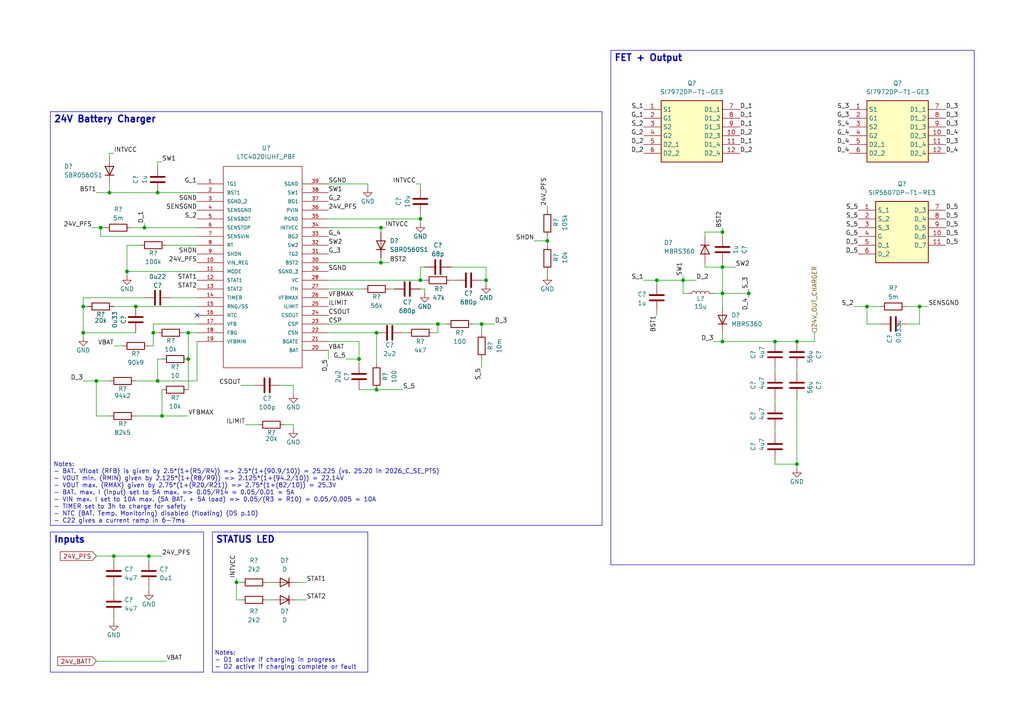
<source format=kicad_sch>
(kicad_sch (version 20250114) (generator "eeschema") (generator_version "9.0")
  (paper "A4")
  (title_block (title "FH2 - Spine") (date "2025-12-10") (rev "v1") (comment 1 "Elie Baier"))
  (lib_symbols
    (symbol "Device:C" (pin_numbers (hide yes)) (pin_names (offset 0.254))
      (property "Reference" "C" (at 0.635 2.54 0))
      (property "Value" "C" (at 0.635 -2.54 0))
      (symbol "C_0_1"
        (polyline (pts (xy -2.032 0.762) (xy 2.032 0.762)) (stroke (width 0.508)))
        (polyline (pts (xy -2.032 -0.762) (xy 2.032 -0.762)) (stroke (width 0.508)))
      )
      (symbol "C_1_1"
        (pin passive line (at 0 3.81 270) (length 2.794) (name "~") (number "1"))
        (pin passive line (at 0 -3.81 90) (length 2.794) (name "~") (number "2"))
      )
    )
    (symbol "Device:D" (pin_numbers (hide yes)) (pin_names (offset 1.016) (hide yes))
      (property "Reference" "D" (at 0 2.54 0))
      (property "Value" "D" (at 0 -2.54 0))
      (symbol "D_0_1"
        (polyline (pts (xy -1.27 1.27) (xy -1.27 -1.27)) (stroke (width 0.254)))
        (polyline (pts (xy 1.27 1.27) (xy 1.27 -1.27) (xy -1.27 0) (xy 1.27 1.27)) (stroke (width 0.254)))
        (polyline (pts (xy 1.27 0) (xy -1.27 0)))
      )
      (symbol "D_1_1"
        (pin passive line (at -3.81 0 0) (length 2.54) (name "K") (number "1"))
        (pin passive line (at 3.81 0 180) (length 2.54) (name "A") (number "2"))
      )
    )
    (symbol "Device:L" (pin_numbers (hide yes)) (pin_names (offset 1.016) (hide yes))
      (property "Reference" "L" (at -1.27 0 90))
      (property "Value" "L" (at 1.905 0 90))
      (symbol "L_0_1"
        (arc (start 0 2.54) (mid 0.6323 1.905) (end 0 1.27))
        (arc (start 0 1.27) (mid 0.6323 0.635) (end 0 0))
        (arc (start 0 0) (mid 0.6323 -0.635) (end 0 -1.27))
        (arc (start 0 -1.27) (mid 0.6323 -1.905) (end 0 -2.54))
      )
      (symbol "L_1_1"
        (pin passive line (at 0 3.81 270) (length 1.27) (name "1") (number "1"))
        (pin passive line (at 0 -3.81 90) (length 1.27) (name "2") (number "2"))
      )
    )
    (symbol "Device:R" (pin_numbers (hide yes)) (pin_names (offset 0))
      (property "Reference" "R" (at 2.032 0 90))
      (property "Value" "R" (at 0 0 90))
      (symbol "R_0_1"
        (rectangle (start -1.016 -2.54) (end 1.016 2.54) (stroke (width 0.254)))
      )
      (symbol "R_1_1"
        (pin passive line (at 0 3.81 270) (length 1.27) (name "~") (number "1"))
        (pin passive line (at 0 -3.81 90) (length 1.27) (name "~") (number "2"))
      )
    )
    (symbol "LTC4020IUHF_PBF:LTC4020IUHF_PBF" (pin_names (offset 1.016))
      (property "Reference" "U1" (at 20.066 10.414 0))
      (property "Value" "LTC4020IUHF_PBF" (at 20.066 7.874 0))
      (symbol "LTC4020IUHF_PBF_0_0"
        (polyline (pts (xy 7.62 5.08) (xy 7.62 -53.34)) (stroke (width 0.1524)))
        (polyline (pts (xy 7.62 -53.34) (xy 30.48 -53.34)) (stroke (width 0.1524)))
        (polyline (pts (xy 30.48 5.08) (xy 7.62 5.08)) (stroke (width 0.1524)))
        (polyline (pts (xy 30.48 -53.34) (xy 30.48 5.08)) (stroke (width 0.1524)))
        (pin output line (at 0 0 0) (length 7.62) (name "TG1") (number "1"))
        (pin passive line (at 0 -2.54 0) (length 7.62) (name "BST1") (number "2"))
        (pin power_in line (at 0 -5.08 0) (length 7.62) (name "SGND_2") (number "3"))
        (pin passive line (at 0 -7.62 0) (length 7.62) (name "SENSGND") (number "4"))
        (pin input line (at 0 -10.16 0) (length 7.62) (name "SENSBOT") (number "5"))
        (pin input line (at 0 -12.7 0) (length 7.62) (name "SENSTOP") (number "6"))
        (pin input line (at 0 -15.24 0) (length 7.62) (name "SENSVIN") (number "7"))
        (pin passive line (at 0 -17.78 0) (length 7.62) (name "RT") (number "8"))
        (pin input line (at 0 -20.32 0) (length 7.62) (name "SHDN") (number "9"))
        (pin input line (at 0 -22.86 0) (length 7.62) (name "VIN_REG") (number "10"))
        (pin passive line (at 0 -25.4 0) (length 7.62) (name "MODE") (number "11"))
        (pin output line (at 0 -27.94 0) (length 7.62) (name "STAT1") (number "12"))
        (pin output line (at 0 -30.48 0) (length 7.62) (name "STAT2") (number "13"))
        (pin passive line (at 0 -33.02 0) (length 7.62) (name "TIMER") (number "14"))
        (pin passive line (at 0 -35.56 0) (length 7.62) (name "RNG/SS") (number "15"))
        (pin passive line (at 0 -38.1 0) (length 7.62) (name "NTC") (number "16"))
        (pin passive line (at 0 -40.64 0) (length 7.62) (name "VFB") (number "17"))
        (pin passive line (at 0 -43.18 0) (length 7.62) (name "FBG") (number "18"))
        (pin output line (at 0 -45.72 0) (length 7.62) (name "VFBMIN") (number "19"))
        (pin power_in line (at 38.1 0 180) (length 7.62) (name "SGND") (number "39"))
        (pin passive line (at 38.1 -2.54 180) (length 7.62) (name "SW1") (number "38"))
        (pin output line (at 38.1 -5.08 180) (length 7.62) (name "BG1") (number "37"))
        (pin input line (at 38.1 -7.62 180) (length 7.62) (name "PVIN") (number "36"))
        (pin power_in line (at 38.1 -10.16 180) (length 7.62) (name "PGND") (number "35"))
        (pin passive line (at 38.1 -12.7 180) (length 7.62) (name "INTVCC") (number "34"))
        (pin output line (at 38.1 -15.24 180) (length 7.62) (name "BG2") (number "33"))
        (pin passive line (at 38.1 -17.78 180) (length 7.62) (name "SW2") (number "32"))
        (pin output line (at 38.1 -20.32 180) (length 7.62) (name "TG2") (number "31"))
        (pin passive line (at 38.1 -22.86 180) (length 7.62) (name "BST2") (number "30"))
        (pin power_in line (at 38.1 -25.4 180) (length 7.62) (name "SGND_3") (number "29"))
        (pin passive line (at 38.1 -27.94 180) (length 7.62) (name "VC") (number "28"))
        (pin passive line (at 38.1 -30.48 180) (length 7.62) (name "ITH") (number "27"))
        (pin output line (at 38.1 -33.02 180) (length 7.62) (name "VFBMAX") (number "26"))
        (pin passive line (at 38.1 -35.56 180) (length 7.62) (name "ILIMIT") (number "25"))
        (pin output line (at 38.1 -38.1 180) (length 7.62) (name "CSOUT") (number "24"))
        (pin input line (at 38.1 -40.64 180) (length 7.62) (name "CSP") (number "23"))
        (pin input line (at 38.1 -43.18 180) (length 7.62) (name "CSN") (number "22"))
        (pin output line (at 38.1 -45.72 180) (length 7.62) (name "BGATE") (number "21"))
        (pin passive line (at 38.1 -48.26 180) (length 7.62) (name "BAT") (number "20"))
      )
    )
    (symbol "SI7972DP-T1-GE3:SI7972DP-T1-GE3"
      (property "Reference" "Q" (at 24.13 7.62 0))
      (property "Value" "SI7972DP-T1-GE3" (at 24.13 5.08 0))
      (symbol "SI7972DP-T1-GE3_1_1"
        (rectangle (start 5.08 2.54) (end 22.86 -15.24) (stroke (width 0.254)) (fill (type background)))
        (pin passive line (at 0 0 0) (length 5.08) (name "S1") (number "1"))
        (pin passive line (at 0 -2.54 0) (length 5.08) (name "G1") (number "2"))
        (pin passive line (at 0 -5.08 0) (length 5.08) (name "S2") (number "3"))
        (pin passive line (at 0 -7.62 0) (length 5.08) (name "G2") (number "4"))
        (pin passive line (at 0 -10.16 0) (length 5.08) (name "D2_1") (number "5"))
        (pin passive line (at 0 -12.7 0) (length 5.08) (name "D2_2") (number "6"))
        (pin passive line (at 27.94 0 180) (length 5.08) (name "D1_1") (number "7"))
        (pin passive line (at 27.94 -2.54 180) (length 5.08) (name "D1_2") (number "8"))
        (pin passive line (at 27.94 -5.08 180) (length 5.08) (name "D1_3") (number "9"))
        (pin passive line (at 27.94 -7.62 180) (length 5.08) (name "D2_3") (number "10"))
        (pin passive line (at 27.94 -10.16 180) (length 5.08) (name "D1_4") (number "11"))
        (pin passive line (at 27.94 -12.7 180) (length 5.08) (name "D2_4") (number "12"))
      )
    )
    (symbol "SIR5607DP-T1-RE3:SIR5607DP-T1-RE3"
      (property "Reference" "Q" (at 21.59 7.62 0))
      (property "Value" "SIR5607DP-T1-RE3" (at 21.59 5.08 0))
      (symbol "SIR5607DP-T1-RE3_1_1"
        (rectangle (start 5.08 2.54) (end 20.32 -15.24) (stroke (width 0.254)) (fill (type background)))
        (pin passive line (at 0 0 0) (length 5.08) (name "S_1") (number "1"))
        (pin passive line (at 0 -2.54 0) (length 5.08) (name "S_2") (number "2"))
        (pin passive line (at 0 -5.08 0) (length 5.08) (name "S_3") (number "3"))
        (pin passive line (at 0 -7.62 0) (length 5.08) (name "G") (number "4"))
        (pin passive line (at 0 -10.16 0) (length 5.08) (name "D_1") (number "5"))
        (pin passive line (at 0 -12.7 0) (length 5.08) (name "D_2") (number "6"))
        (pin passive line (at 25.4 0 180) (length 5.08) (name "D_3") (number "7"))
        (pin passive line (at 25.4 -2.54 180) (length 5.08) (name "D_4") (number "8"))
        (pin passive line (at 25.4 -5.08 180) (length 5.08) (name "D_5") (number "9"))
        (pin passive line (at 25.4 -7.62 180) (length 5.08) (name "D_6") (number "10"))
        (pin passive line (at 25.4 -10.16 180) (length 5.08) (name "D_7") (number "11"))
      )
    )
    (symbol "power:GND" (power) (pin_numbers (hide yes)) (pin_names (offset 0) (hide yes))
      (property "Value" "GND" (at 0 -3.81 0))
      (symbol "GND_0_1"
        (polyline (pts (xy 0 0) (xy 0 -1.27) (xy 1.27 -1.27) (xy 0 -2.54) (xy -1.27 -1.27) (xy 0 -1.27)))
      )
      (symbol "GND_1_1"
        (pin power_in line (at 0 0 270) (length 0) (name "~") (number "1"))
      )
    )
  )
  (text "Notes:\n- BAT. Vfloat (RFB) is given by 2.5*(1+(R5/R4)) => 2.5*(1+(90.9/10)) = 25.225 (vs. 25.20 in 2026_C_SE_PTS)\n- VOUT min. (RMIN) given by 2.125*(1+(R8/R9)) => 2.125*(1+(94.2/10)) = 22.14V\n- VOUT max. (RMAX) given by 2.75*(1+(R20/R21)) => 2.75*(1+(82/10)) = 25.3V\n- BAT. max. I (input) set to 5A max. => 0.05/R14 = 0.05/0.01 = 5A\n- VIN max. I set to 10A max. (5A BAT. + 5A load) => 0.05/(R3 = R10) = 0.05/0.005 = 10A\n- TIMER set to 3h to charge for safety\n- NTC (BAT. Temp. Monitoring) disabled (floating) (DS p.10)\n- C22 gives a current ramp in 6-7ms" (at 15.494 151.892 0) (effects (font (size 1.27 1.27)) (justify left bottom)))
  (text "Notes:\n- D1 active if charging in progress\n- D2 active if charging complete or fault" (at 62.23 194.31 0) (effects (font (size 1.27 1.27)) (justify left bottom)))
  (text_box "STATUS LED" (at 61.595 154.305 0) (size 45.085 40.64) (margins 0.9525 0.9525 0.9525 0.9525) (effects (font (size 1.905 1.905) (thickness 0.381) (bold yes)) (justify left top)))
  (text_box "24V Battery Charger" (at 14.605 32.385 0) (size 160.02 120.015) (margins 0.9525 0.9525 0.9525 0.9525) (effects (font (size 1.905 1.905) (thickness 0.381) (bold yes)) (justify left top)))
  (text_box "Inputs" (at 14.605 154.305 0) (size 44.45 40.64) (margins 0.9525 0.9525 0.9525 0.9525) (effects (font (size 1.905 1.905) (thickness 0.381) (bold yes)) (justify left top)))
  (text_box "FET + Output" (at 177.165 14.605 0) (size 105.41 149.225) (margins 0.9525 0.9525 0.9525 0.9525) (effects (font (size 1.905 1.905) (thickness 0.381) (bold yes)) (justify left top)))
  (junction (at 45.72 110.49))
  (junction (at 24.13 96.52))
  (junction (at 54.61 104.14))
  (junction (at 39.37 88.9))
  (junction (at 266.7 88.9))
  (junction (at 68.58 168.91))
  (junction (at 36.83 78.74))
  (junction (at 209.55 99.06))
  (junction (at 29.21 66.04))
  (junction (at 198.12 81.28))
  (junction (at 231.14 99.06))
  (junction (at 190.5 81.28))
  (junction (at 217.17 85.09))
  (junction (at 209.55 77.47))
  (junction (at 31.75 55.88))
  (junction (at 43.18 161.29))
  (junction (at 140.97 81.28))
  (junction (at 109.22 113.03))
  (junction (at 139.7 93.98))
  (junction (at 121.92 63.5))
  (junction (at 209.55 85.09))
  (junction (at 104.14 104.14))
  (junction (at 251.46 88.9))
  (junction (at 45.72 55.88))
  (junction (at 121.92 81.28))
  (junction (at 110.49 66.04))
  (junction (at 44.45 96.52))
  (junction (at 24.13 88.9))
  (junction (at 158.75 69.85))
  (junction (at 41.91 66.04))
  (junction (at 110.49 76.2))
  (junction (at 27.94 110.49))
  (junction (at 224.79 99.06))
  (junction (at 209.55 67.31))
  (junction (at 46.99 120.65))
  (junction (at 127 93.98))
  (junction (at 33.02 161.29))
  (junction (at 231.14 134.62))
  (junction (at 109.22 96.52))
  (junction (at 54.61 96.52))
  (no_connect (at 57.15 91.44))
  (wire (pts (xy 139.7 93.98) (xy 139.7 96.52)))
  (wire (pts (xy 24.13 110.49) (xy 27.94 110.49)))
  (wire (pts (xy 95.25 96.52) (xy 109.22 96.52)))
  (wire (pts (xy 27.94 55.88) (xy 31.75 55.88)))
  (wire (pts (xy 207.01 85.09) (xy 209.55 85.09)))
  (wire (pts (xy 251.46 88.9) (xy 255.27 88.9)))
  (wire (pts (xy 137.16 93.98) (xy 139.7 93.98)))
  (wire (pts (xy 121.92 81.28) (xy 123.19 81.28)))
  (wire (pts (xy 43.18 170.18) (xy 43.18 171.45)))
  (wire (pts (xy 123.19 77.47) (xy 121.92 77.47)))
  (wire (pts (xy 209.55 66.04) (xy 209.55 67.31)))
  (wire (pts (xy 209.55 77.47) (xy 209.55 85.09)))
  (wire (pts (xy 44.45 96.52) (xy 45.72 96.52)))
  (wire (pts (xy 204.47 77.47) (xy 209.55 77.47)))
  (wire (pts (xy 31.75 53.34) (xy 31.75 55.88)))
  (wire (pts (xy 86.36 173.99) (xy 88.9 173.99)))
  (wire (pts (xy 113.03 83.82) (xy 114.3 83.82)))
  (wire (pts (xy 38.1 66.04) (xy 41.91 66.04)))
  (wire (pts (xy 46.99 113.03) (xy 46.99 120.65)))
  (wire (pts (xy 209.55 99.06) (xy 224.79 99.06)))
  (wire (pts (xy 231.14 115.57) (xy 231.14 134.62)))
  (wire (pts (xy 190.5 82.55) (xy 190.5 81.28)))
  (wire (pts (xy 224.79 106.68) (xy 224.79 107.95)))
  (wire (pts (xy 106.68 53.34) (xy 106.68 54.61)))
  (wire (pts (xy 104.14 99.06) (xy 104.14 104.14)))
  (wire (pts (xy 69.85 173.99) (xy 68.58 173.99)))
  (wire (pts (xy 110.49 74.93) (xy 110.49 76.2)))
  (wire (pts (xy 139.7 93.98) (xy 143.51 93.98)))
  (wire (pts (xy 127 96.52) (xy 127 93.98)))
  (wire (pts (xy 27.94 110.49) (xy 31.75 110.49)))
  (wire (pts (xy 27.94 191.77) (xy 48.26 191.77)))
  (wire (pts (xy 224.79 99.06) (xy 231.14 99.06)))
  (wire (pts (xy 39.37 88.9) (xy 57.15 88.9)))
  (wire (pts (xy 231.14 106.68) (xy 231.14 107.95)))
  (wire (pts (xy 24.13 96.52) (xy 39.37 96.52)))
  (wire (pts (xy 27.94 161.29) (xy 33.02 161.29)))
  (wire (pts (xy 207.01 99.06) (xy 209.55 99.06)))
  (wire (pts (xy 209.55 85.09) (xy 209.55 88.9)))
  (wire (pts (xy 40.64 71.12) (xy 36.83 71.12)))
  (wire (pts (xy 251.46 88.9) (xy 251.46 93.98)))
  (wire (pts (xy 39.37 110.49) (xy 45.72 110.49)))
  (wire (pts (xy 209.55 85.09) (xy 217.17 85.09)))
  (wire (pts (xy 24.13 97.79) (xy 24.13 96.52)))
  (wire (pts (xy 190.5 81.28) (xy 198.12 81.28)))
  (wire (pts (xy 236.22 96.52) (xy 236.22 99.06)))
  (wire (pts (xy 104.14 113.03) (xy 109.22 113.03)))
  (wire (pts (xy 49.53 86.36) (xy 57.15 86.36)))
  (wire (pts (xy 24.13 86.36) (xy 41.91 86.36)))
  (wire (pts (xy 95.25 53.34) (xy 106.68 53.34)))
  (wire (pts (xy 44.45 96.52) (xy 44.45 100.33)))
  (wire (pts (xy 113.03 76.2) (xy 110.49 76.2)))
  (wire (pts (xy 198.12 80.01) (xy 198.12 81.28)))
  (wire (pts (xy 247.65 88.9) (xy 251.46 88.9)))
  (wire (pts (xy 36.83 78.74) (xy 36.83 80.01)))
  (wire (pts (xy 45.72 48.26) (xy 45.72 46.99)))
  (wire (pts (xy 100.33 104.14) (xy 104.14 104.14)))
  (wire (pts (xy 198.12 85.09) (xy 199.39 85.09)))
  (wire (pts (xy 104.14 105.41) (xy 104.14 104.14)))
  (wire (pts (xy 46.99 104.14) (xy 45.72 104.14)))
  (wire (pts (xy 209.55 99.06) (xy 209.55 96.52)))
  (wire (pts (xy 121.92 77.47) (xy 121.92 81.28)))
  (wire (pts (xy 77.47 168.91) (xy 78.74 168.91)))
  (wire (pts (xy 81.28 111.76) (xy 85.09 111.76)))
  (wire (pts (xy 139.7 104.14) (xy 139.7 106.68)))
  (wire (pts (xy 39.37 120.65) (xy 46.99 120.65)))
  (wire (pts (xy 31.75 120.65) (xy 27.94 120.65)))
  (wire (pts (xy 123.19 83.82) (xy 123.19 85.09)))
  (wire (pts (xy 154.94 69.85) (xy 158.75 69.85)))
  (wire (pts (xy 120.65 53.34) (xy 121.92 53.34)))
  (wire (pts (xy 43.18 161.29) (xy 43.18 162.56)))
  (wire (pts (xy 266.7 88.9) (xy 262.89 88.9)))
  (wire (pts (xy 140.97 77.47) (xy 140.97 81.28)))
  (wire (pts (xy 33.02 161.29) (xy 43.18 161.29)))
  (wire (pts (xy 41.91 66.04) (xy 57.15 66.04)))
  (wire (pts (xy 217.17 86.36) (xy 217.17 85.09)))
  (wire (pts (xy 262.89 93.98) (xy 266.7 93.98)))
  (wire (pts (xy 33.02 179.07) (xy 33.02 180.34)))
  (wire (pts (xy 95.25 83.82) (xy 105.41 83.82)))
  (wire (pts (xy 269.24 88.9) (xy 266.7 88.9)))
  (wire (pts (xy 41.91 64.77) (xy 41.91 66.04)))
  (wire (pts (xy 121.92 83.82) (xy 123.19 83.82)))
  (wire (pts (xy 29.21 68.58) (xy 57.15 68.58)))
  (wire (pts (xy 111.76 66.04) (xy 110.49 66.04)))
  (wire (pts (xy 204.47 76.2) (xy 204.47 77.47)))
  (wire (pts (xy 110.49 66.04) (xy 110.49 67.31)))
  (wire (pts (xy 77.47 173.99) (xy 78.74 173.99)))
  (wire (pts (xy 251.46 93.98) (xy 255.27 93.98)))
  (wire (pts (xy 224.79 124.46) (xy 224.79 125.73)))
  (wire (pts (xy 54.61 96.52) (xy 54.61 104.14)))
  (wire (pts (xy 121.92 53.34) (xy 121.92 54.61)))
  (wire (pts (xy 158.75 69.85) (xy 158.75 71.12)))
  (wire (pts (xy 26.67 66.04) (xy 29.21 66.04)))
  (wire (pts (xy 140.97 81.28) (xy 140.97 82.55)))
  (wire (pts (xy 33.02 100.33) (xy 35.56 100.33)))
  (wire (pts (xy 198.12 81.28) (xy 201.93 81.28)))
  (wire (pts (xy 121.92 63.5) (xy 121.92 64.77)))
  (wire (pts (xy 110.49 76.2) (xy 95.25 76.2)))
  (wire (pts (xy 45.72 110.49) (xy 57.15 110.49)))
  (wire (pts (xy 29.21 66.04) (xy 29.21 68.58)))
  (wire (pts (xy 57.15 78.74) (xy 36.83 78.74)))
  (wire (pts (xy 110.49 66.04) (xy 95.25 66.04)))
  (wire (pts (xy 217.17 83.82) (xy 217.17 85.09)))
  (wire (pts (xy 33.02 161.29) (xy 33.02 162.56)))
  (wire (pts (xy 204.47 67.31) (xy 209.55 67.31)))
  (wire (pts (xy 209.55 77.47) (xy 213.36 77.47)))
  (wire (pts (xy 190.5 90.17) (xy 190.5 91.44)))
  (wire (pts (xy 54.61 104.14) (xy 54.61 113.03)))
  (wire (pts (xy 44.45 93.98) (xy 44.45 96.52)))
  (wire (pts (xy 68.58 167.64) (xy 68.58 168.91)))
  (wire (pts (xy 36.83 71.12) (xy 36.83 78.74)))
  (wire (pts (xy 139.7 81.28) (xy 140.97 81.28)))
  (wire (pts (xy 158.75 59.69) (xy 158.75 60.96)))
  (wire (pts (xy 54.61 96.52) (xy 57.15 96.52)))
  (wire (pts (xy 127 93.98) (xy 95.25 93.98)))
  (wire (pts (xy 71.12 123.19) (xy 74.93 123.19)))
  (wire (pts (xy 127 96.52) (xy 125.73 96.52)))
  (wire (pts (xy 43.18 161.29) (xy 46.99 161.29)))
  (wire (pts (xy 130.81 77.47) (xy 140.97 77.47)))
  (wire (pts (xy 45.72 46.99) (xy 46.99 46.99)))
  (wire (pts (xy 132.08 81.28) (xy 130.81 81.28)))
  (wire (pts (xy 186.69 81.28) (xy 190.5 81.28)))
  (wire (pts (xy 198.12 85.09) (xy 198.12 81.28)))
  (wire (pts (xy 231.14 99.06) (xy 236.22 99.06)))
  (wire (pts (xy 46.99 120.65) (xy 54.61 120.65)))
  (wire (pts (xy 86.36 168.91) (xy 88.9 168.91)))
  (wire (pts (xy 57.15 110.49) (xy 57.15 99.06)))
  (wire (pts (xy 27.94 120.65) (xy 27.94 110.49)))
  (wire (pts (xy 109.22 113.03) (xy 116.84 113.03)))
  (wire (pts (xy 224.79 133.35) (xy 224.79 134.62)))
  (wire (pts (xy 109.22 96.52) (xy 109.22 105.41)))
  (wire (pts (xy 45.72 104.14) (xy 45.72 110.49)))
  (wire (pts (xy 158.75 78.74) (xy 158.75 80.01)))
  (wire (pts (xy 127 93.98) (xy 129.54 93.98)))
  (wire (pts (xy 95.25 81.28) (xy 121.92 81.28)))
  (wire (pts (xy 68.58 173.99) (xy 68.58 168.91)))
  (wire (pts (xy 33.02 88.9) (xy 39.37 88.9)))
  (wire (pts (xy 57.15 93.98) (xy 44.45 93.98)))
  (wire (pts (xy 209.55 68.58) (xy 209.55 67.31)))
  (wire (pts (xy 24.13 88.9) (xy 25.4 88.9)))
  (wire (pts (xy 31.75 55.88) (xy 45.72 55.88)))
  (wire (pts (xy 85.09 111.76) (xy 85.09 114.3)))
  (wire (pts (xy 68.58 168.91) (xy 69.85 168.91)))
  (wire (pts (xy 53.34 96.52) (xy 54.61 96.52)))
  (wire (pts (xy 69.85 111.76) (xy 73.66 111.76)))
  (wire (pts (xy 24.13 88.9) (xy 24.13 86.36)))
  (wire (pts (xy 43.18 100.33) (xy 44.45 100.33)))
  (wire (pts (xy 85.09 123.19) (xy 85.09 124.46)))
  (wire (pts (xy 266.7 93.98) (xy 266.7 88.9)))
  (wire (pts (xy 118.11 96.52) (xy 116.84 96.52)))
  (wire (pts (xy 82.55 123.19) (xy 85.09 123.19)))
  (wire (pts (xy 158.75 69.85) (xy 158.75 68.58)))
  (wire (pts (xy 95.25 101.6) (xy 95.25 104.14)))
  (wire (pts (xy 204.47 68.58) (xy 204.47 67.31)))
  (wire (pts (xy 24.13 96.52) (xy 24.13 88.9)))
  (wire (pts (xy 48.26 71.12) (xy 57.15 71.12)))
  (wire (pts (xy 33.02 170.18) (xy 33.02 171.45)))
  (wire (pts (xy 224.79 115.57) (xy 224.79 116.84)))
  (wire (pts (xy 95.25 99.06) (xy 104.14 99.06)))
  (wire (pts (xy 33.02 44.45) (xy 31.75 44.45)))
  (wire (pts (xy 231.14 135.89) (xy 231.14 134.62)))
  (wire (pts (xy 121.92 62.23) (xy 121.92 63.5)))
  (wire (pts (xy 29.21 66.04) (xy 30.48 66.04)))
  (wire (pts (xy 209.55 76.2) (xy 209.55 77.47)))
  (wire (pts (xy 31.75 44.45) (xy 31.75 45.72)))
  (wire (pts (xy 95.25 63.5) (xy 121.92 63.5)))
  (wire (pts (xy 224.79 134.62) (xy 231.14 134.62)))
  (wire (pts (xy 45.72 55.88) (xy 57.15 55.88)))
  (label "CSP" (at 95.25 93.98 0))
  (label "S_3" (at 217.17 83.82 90))
  (label "S_5" (at 116.84 113.03 0))
  (label "24V_PFS" (at 57.15 76.2 180))
  (label "D_3" (at 274.32 41.91 0))
  (label "ILIMIT" (at 71.12 123.19 180))
  (label "D_4" (at 217.17 86.36 270))
  (label "D_1" (at 214.63 36.83 0))
  (label "D_4" (at 246.38 41.91 180))
  (label "G_1" (at 57.15 53.34 180))
  (label "D_2" (at 186.69 44.45 180))
  (label "G_3" (at 95.25 73.66 0))
  (label "G_5" (at 100.33 104.14 180))
  (label "S_4" (at 246.38 36.83 180))
  (label "D_5" (at 274.32 63.5 0))
  (label "S_2" (at 186.69 36.83 180))
  (label "G_4" (at 95.25 68.58 0))
  (label "D_5" (at 248.92 73.66 180))
  (label "S_2" (at 57.15 63.5 180))
  (label "D_4" (at 274.32 39.37 0))
  (label "BST2" (at 209.55 66.04 90))
  (label "VBAT" (at 95.25 101.6 0))
  (label "INTVCC" (at 33.02 44.45 0))
  (label "S_2" (at 247.65 88.9 180))
  (label "D_5" (at 95.25 104.14 270))
  (label "S_1" (at 186.69 81.28 180))
  (label "VFBMAX" (at 95.25 86.36 0))
  (label "D_3" (at 143.51 93.98 0))
  (label "S_1" (at 186.69 31.75 180))
  (label "INTVCC" (at 68.58 167.64 90))
  (label "D_5" (at 274.32 60.96 0))
  (label "INTVCC" (at 111.76 66.04 0))
  (label "D_2" (at 214.63 44.45 0))
  (label "CSOUT" (at 69.85 111.76 180))
  (label "S_5" (at 248.92 60.96 180))
  (label "D_1" (at 214.63 31.75 0))
  (label "ILIMIT" (at 95.25 88.9 0))
  (label "S_3" (at 246.38 31.75 180))
  (label "S_5" (at 248.92 66.04 180))
  (label "D_2" (at 214.63 39.37 0))
  (label "D_5" (at 248.92 71.12 180))
  (label "G_5" (at 248.92 68.58 180))
  (label "S_5" (at 248.92 63.5 180))
  (label "G_2" (at 95.25 58.42 0))
  (label "STAT1" (at 88.9 168.91 0))
  (label "24V_PFS" (at 46.99 161.29 0))
  (label "VFBMAX" (at 54.61 120.65 0))
  (label "VBAT" (at 33.02 100.33 180))
  (label "SW2" (at 95.25 71.12 0))
  (label "D_3" (at 24.13 110.49 180))
  (label "D_2" (at 186.69 41.91 180))
  (label "VBAT" (at 48.26 191.77 0))
  (label "D_3" (at 274.32 34.29 0))
  (label "SHDN" (at 57.15 73.66 180))
  (label "STAT2" (at 57.15 83.82 180))
  (label "SW2" (at 213.36 77.47 0))
  (label "D_4" (at 274.32 44.45 0))
  (label "D_5" (at 274.32 71.12 0))
  (label "INTVCC" (at 120.65 53.34 180))
  (label "D_3" (at 207.01 99.06 180))
  (label "D_5" (at 274.32 68.58 0))
  (label "SW1" (at 46.99 46.99 0))
  (label "24V_PFS" (at 95.25 60.96 0))
  (label "S_5" (at 139.7 106.68 270))
  (label "SW1" (at 95.25 55.88 0))
  (label "BST1" (at 190.5 91.44 270))
  (label "D_3" (at 274.32 31.75 0))
  (label "D_1" (at 214.63 41.91 0))
  (label "D_2" (at 201.93 81.28 0))
  (label "SW1" (at 198.12 80.01 90))
  (label "G_2" (at 186.69 39.37 180))
  (label "D_1" (at 214.63 34.29 0))
  (label "BST1" (at 27.94 55.88 180))
  (label "SGND" (at 57.15 58.42 180))
  (label "G_3" (at 246.38 34.29 180))
  (label "D_3" (at 274.32 36.83 0))
  (label "G_1" (at 186.69 34.29 180))
  (label "D_1" (at 41.91 64.77 90))
  (label "CSOUT" (at 95.25 91.44 0))
  (label "STAT1" (at 57.15 81.28 180))
  (label "SENSGND" (at 57.15 60.96 180))
  (label "SHDN" (at 154.94 69.85 180))
  (label "BST2" (at 113.03 76.2 0))
  (label "D_5" (at 274.32 66.04 0))
  (label "SGND" (at 95.25 53.34 0))
  (label "SENSGND" (at 269.24 88.9 0))
  (label "G_4" (at 246.38 39.37 180))
  (label "D_4" (at 246.38 44.45 180))
  (label "24V_PFS" (at 158.75 59.69 90))
  (label "SGND" (at 95.25 78.74 0))
  (label "STAT2" (at 88.9 173.99 0))
  (label "24V_PFS" (at 26.67 66.04 180))
  (global_label "24V_PFS" (shape input) (at 27.94 161.29 180) (property "Intersheetrefs" "${INTERSHEET_REFS}" (effects (hide yes))))
  (global_label "24V_BATT" (shape input) (at 27.94 191.77 180) (property "Intersheetrefs" "${INTERSHEET_REFS}" (effects (hide yes))))
  (hierarchical_label "24V_OUT_CHARGER" (shape input) (at 236.22 96.52 90))
  (symbol (lib_id "Device:D") (at 82.55 168.91 180) (unit 1)
    (property "Reference" "D?" (at 82.55 162.56 0))
    (property "Value" "D" (at 82.55 165.1 0))
    (property "Description" "Diode" (effects (hide yes)))
    (property "Sim.Device" "D" (effects (hide yes)))
    (property "Sim.Pins" "1=K 2=A" (effects (hide yes)))
  )
  (symbol (lib_id "power:GND") (at 33.02 180.34 0) (unit 1)
    (property "Reference" "#PWR?" (effects (hide yes)))
    (property "Value" "GND" (at 33.02 184.15 0))
    (property "Description" "Power symbol creates a global label with name \"GND\" , ground" (effects (hide yes)))
  )
  (symbol (lib_id "Device:C") (at 33.02 175.26 0) (unit 1)
    (property "Reference" "C?" (at 36.068 173.99 0) (effects (justify left)))
    (property "Value" "4u7" (at 36.068 176.53 0) (effects (justify left)))
    (property "Description" "Unpolarized capacitor" (effects (hide yes)))
  )
  (symbol (lib_id "Device:R") (at 133.35 93.98 270) (unit 1)
    (property "Reference" "R?" (at 133.35 96.52 90))
    (property "Value" "100" (at 133.35 99.06 90))
    (property "Description" "Resistor" (effects (hide yes)))
  )
  (symbol (lib_id "SIR5607DP-T1-RE3:SIR5607DP-T1-RE3") (at 248.92 60.96 0) (unit 1)
    (property "Reference" "Q?" (at 261.62 53.34 0))
    (property "Value" "SIR5607DP-T1-RE3" (at 261.62 55.88 0))
    (property "Footprint" "SI7852ADPT1GE3" (effects (hide yes)))
    (property "Datasheet" "https://www.digikey.com/en/products/detail/vishay-siliconix/SIR5607DP-T1-RE3/21289994?msockid=3bdc366bbe0663d83c1223c0bf3662a6" (effects (hide yes)))
    (property "Description" "MOSFET P-Channel 60 V (D-S) MOSFET PowerPAK SO-8, 7 mohm a. 10V, 12 mohm a. 4.5V" (effects (hide yes)))
    (property "Height" "1.12" (effects (hide yes)))
    (property "Manufacturer_Name" "Vishay" (effects (hide yes)))
    (property "Manufacturer_Part_Number" "SIR5607DP-T1-RE3" (effects (hide yes)))
  )
  (symbol (lib_id "Device:C") (at 45.72 86.36 270) (unit 1)
    (property "Reference" "C?" (at 45.72 82.804 90))
    (property "Value" "0u22" (at 45.72 80.264 90))
    (property "Description" "Unpolarized capacitor" (effects (hide yes)))
  )
  (symbol (lib_id "Device:D") (at 204.47 72.39 270) (unit 1)
    (property "Reference" "D?" (at 192.532 70.358 90) (effects (justify left)))
    (property "Value" "MBRS360" (at 192.532 72.898 90) (effects (justify left)))
    (property "Description" "Diode" (effects (hide yes)))
    (property "Sim.Device" "D" (effects (hide yes)))
    (property "Sim.Pins" "1=K 2=A" (effects (hide yes)))
  )
  (symbol (lib_id "Device:C") (at 118.11 83.82 90) (unit 1)
    (property "Reference" "C?" (at 118.11 87.63 90))
    (property "Value" "680p" (at 118.11 90.17 90))
    (property "Description" "Unpolarized capacitor" (effects (hide yes)))
  )
  (symbol (lib_id "Device:L") (at 203.2 85.09 90) (unit 1)
    (property "Reference" "L?" (at 203.2 86.614 90))
    (property "Value" "15u" (at 203.2 88.9 90))
    (property "Description" "Inductor" (effects (hide yes)))
  )
  (symbol (lib_id "Device:C") (at 127 77.47 90) (unit 1)
    (property "Reference" "C?" (at 127 71.12 90))
    (property "Value" "68p" (at 127 73.66 90))
    (property "Description" "Unpolarized capacitor" (effects (hide yes)))
  )
  (symbol (lib_id "Device:R") (at 139.7 100.33 0) (unit 1)
    (property "Reference" "R?" (at 142.24 100.33 90))
    (property "Value" "10m" (at 144.78 100.33 90))
    (property "Description" "Resistor" (effects (hide yes)))
  )
  (symbol (lib_id "Device:R") (at 35.56 120.65 270) (unit 1)
    (property "Reference" "R?" (at 35.56 122.936 90))
    (property "Value" "82k5" (at 35.56 125.476 90))
    (property "Description" "Resistor" (effects (hide yes)))
  )
  (symbol (lib_id "Device:C") (at 45.72 52.07 180) (unit 1)
    (property "Reference" "C?" (at 39.37 52.07 90))
    (property "Value" "1u" (at 41.91 52.07 90))
    (property "Description" "Unpolarized capacitor" (effects (hide yes)))
  )
  (symbol (lib_id "Device:C") (at 33.02 166.37 0) (unit 1)
    (property "Reference" "C?" (at 36.068 165.1 0) (effects (justify left)))
    (property "Value" "4u7" (at 36.068 167.64 0) (effects (justify left)))
    (property "Description" "Unpolarized capacitor" (effects (hide yes)))
  )
  (symbol (lib_id "power:GND") (at 85.09 124.46 0) (unit 1)
    (property "Reference" "#PWR?" (effects (hide yes)))
    (property "Value" "GND" (at 85.09 128.27 0))
    (property "Description" "Power symbol creates a global label with name \"GND\" , ground" (effects (hide yes)))
  )
  (symbol (lib_id "Device:R") (at 34.29 66.04 90) (unit 1)
    (property "Reference" "R?" (at 34.29 60.706 90))
    (property "Value" "5m" (at 34.29 63.246 90))
    (property "Description" "Resistor" (effects (hide yes)))
  )
  (symbol (lib_id "power:GND") (at 121.92 64.77 0) (unit 1)
    (property "Reference" "#PWR?" (effects (hide yes)))
    (property "Value" "GND" (at 121.92 68.58 0))
    (property "Description" "Power symbol creates a global label with name \"GND\" , ground" (effects (hide yes)))
  )
  (symbol (lib_id "Device:R") (at 44.45 71.12 270) (unit 1)
    (property "Reference" "R?" (at 44.45 73.406 90))
    (property "Value" "100k" (at 44.45 75.946 90))
    (property "Description" "Resistor" (effects (hide yes)))
  )
  (symbol (lib_id "Device:C") (at 121.92 58.42 180) (unit 1)
    (property "Reference" "C?" (at 115.57 58.42 90))
    (property "Value" "10u" (at 118.11 58.42 90))
    (property "Description" "Unpolarized capacitor" (effects (hide yes)))
  )
  (symbol (lib_id "Device:C") (at 190.5 86.36 0) (unit 1)
    (property "Reference" "C?" (at 184.912 85.344 0) (effects (justify left)))
    (property "Value" "1u" (at 184.912 87.884 0) (effects (justify left)))
    (property "Description" "Unpolarized capacitor" (effects (hide yes)))
  )
  (symbol (lib_id "SI7972DP-T1-GE3:SI7972DP-T1-GE3") (at 186.69 31.75 0) (unit 1)
    (property "Reference" "Q?" (at 200.66 24.13 0))
    (property "Value" "SI7972DP-T1-GE3" (at 200.66 26.67 0))
    (property "Footprint" "SI7288DPT1GE3" (effects (hide yes)))
    (property "Datasheet" "http://www.vishay.com/docs/75360/si7972dp.pdf" (effects (hide yes)))
    (property "Description" "Trans MOSFET N-CH 60V 8A 8-Pin PowerPAK SO EP T/R" (effects (hide yes)))
    (property "Mouser Part Number" "78-SI7972DP-T1-GE3" (effects (hide yes)))
    (property "Mouser Price/Stock" "https://www.mouser.co.uk/ProductDetail/Vishay-Semiconductors/SI7972DP-T1-GE3?qs=EBLjwc9jJJvG1qt7dm3%2FLA%3D%3D" (effects (hide yes)))
    (property "Manufacturer_Name" "Vishay" (effects (hide yes)))
    (property "Manufacturer_Part_Number" "SI7972DP-T1-GE3" (effects (hide yes)))
  )
  (symbol (lib_id "Device:C") (at 231.14 102.87 180) (unit 1)
    (property "Reference" "C?" (at 237.49 101.6 90) (effects (justify left)))
    (property "Value" "56u" (at 234.95 101.6 90) (effects (justify left)))
    (property "Description" "Unpolarized capacitor" (effects (hide yes)))
  )
  (symbol (lib_id "Device:R") (at 109.22 109.22 0) (unit 1)
    (property "Reference" "R?" (at 111.76 109.22 90))
    (property "Value" "100" (at 114.3 109.22 90))
    (property "Description" "Resistor" (effects (hide yes)))
  )
  (symbol (lib_id "Device:C") (at 259.08 93.98 90) (unit 1)
    (property "Reference" "C?" (at 258.064 99.568 0) (effects (justify left)))
    (property "Value" "0.033u" (at 260.604 99.568 0) (effects (justify left)))
    (property "Description" "Unpolarized capacitor" (effects (hide yes)))
  )
  (symbol (lib_id "Device:D") (at 209.55 92.71 90) (unit 1)
    (property "Reference" "D?" (at 212.09 91.4399 90) (effects (justify right)))
    (property "Value" "MBRS360" (at 212.09 93.9799 90) (effects (justify right)))
    (property "Description" "Diode" (effects (hide yes)))
    (property "Sim.Device" "D" (effects (hide yes)))
    (property "Sim.Pins" "1=K 2=A" (effects (hide yes)))
  )
  (symbol (lib_id "Device:R") (at 259.08 88.9 90) (unit 1)
    (property "Reference" "R?" (at 259.08 83.566 90))
    (property "Value" "5m" (at 259.08 86.106 90))
    (property "Description" "Resistor" (effects (hide yes)))
  )
  (symbol (lib_id "Device:D") (at 82.55 173.99 180) (unit 1)
    (property "Reference" "D?" (at 82.55 177.292 0))
    (property "Value" "D" (at 82.55 179.832 0))
    (property "Description" "Diode" (effects (hide yes)))
    (property "Sim.Device" "D" (effects (hide yes)))
    (property "Sim.Pins" "1=K 2=A" (effects (hide yes)))
  )
  (symbol (lib_id "power:GND") (at 85.09 114.3 0) (unit 1)
    (property "Reference" "#PWR?" (effects (hide yes)))
    (property "Value" "GND" (at 85.09 118.11 0))
    (property "Description" "Power symbol creates a global label with name \"GND\" , ground" (effects (hide yes)))
  )
  (symbol (lib_id "Device:R") (at 35.56 110.49 270) (unit 1)
    (property "Reference" "R?" (at 35.56 112.776 90))
    (property "Value" "94k2" (at 35.56 114.808 90))
    (property "Description" "Resistor" (effects (hide yes)))
  )
  (symbol (lib_id "Device:C") (at 43.18 166.37 0) (unit 1)
    (property "Reference" "C?" (at 46.228 165.1 0) (effects (justify left)))
    (property "Value" "0u1" (at 46.228 167.64 0) (effects (justify left)))
    (property "Description" "Unpolarized capacitor" (effects (hide yes)))
  )
  (symbol (lib_id "Device:D") (at 110.49 71.12 90) (unit 1)
    (property "Reference" "D?" (at 113.03 69.8499 90) (effects (justify right)))
    (property "Value" "SBR0560S1" (at 113.03 72.3899 90) (effects (justify right)))
    (property "Description" "Diode" (effects (hide yes)))
    (property "Sim.Device" "D" (effects (hide yes)))
    (property "Sim.Pins" "1=K 2=A" (effects (hide yes)))
  )
  (symbol (lib_id "Device:C") (at 113.03 96.52 90) (unit 1)
    (property "Reference" "C?" (at 113.03 100.076 90))
    (property "Value" "2u2" (at 113.03 102.616 90))
    (property "Description" "Unpolarized capacitor" (effects (hide yes)))
  )
  (symbol (lib_id "Device:C") (at 104.14 109.22 0) (unit 1)
    (property "Reference" "C?" (at 100.584 109.22 90))
    (property "Value" "2u2" (at 98.044 109.22 90))
    (property "Description" "Unpolarized capacitor" (effects (hide yes)))
  )
  (symbol (lib_id "Device:C") (at 39.37 92.71 0) (unit 1)
    (property "Reference" "C?" (at 35.814 92.71 90))
    (property "Value" "0u33" (at 33.274 92.71 90))
    (property "Description" "Unpolarized capacitor" (effects (hide yes)))
  )
  (symbol (lib_id "Device:R") (at 73.66 168.91 270) (unit 1)
    (property "Reference" "R?" (at 73.66 162.56 90))
    (property "Value" "2k2" (at 73.66 165.1 90))
    (property "Description" "Resistor" (effects (hide yes)))
  )
  (symbol (lib_id "Device:C") (at 209.55 72.39 180) (unit 1)
    (property "Reference" "C?" (at 215.9 71.12 90) (effects (justify left)))
    (property "Value" "1u" (at 213.36 71.12 90) (effects (justify left)))
    (property "Description" "Unpolarized capacitor" (effects (hide yes)))
  )
  (symbol (lib_id "Device:R") (at 50.8 104.14 270) (unit 1)
    (property "Reference" "R?" (at 50.8 106.426 90))
    (property "Value" "10" (at 50.8 108.966 90))
    (property "Description" "Resistor" (effects (hide yes)))
  )
  (symbol (lib_id "Device:R") (at 127 81.28 270) (unit 1)
    (property "Reference" "R?" (at 127.254 83.82 90))
    (property "Value" "47k" (at 127.254 86.36 90))
    (property "Description" "Resistor" (effects (hide yes)))
  )
  (symbol (lib_id "LTC4020IUHF_PBF:LTC4020IUHF_PBF") (at 57.15 53.34 0) (unit 1)
    (property "Reference" "U?" (at 77.216 42.926 0))
    (property "Value" "LTC4020IUHF_PBF" (at 77.216 45.466 0))
    (property "Footprint" "LTC4020IUHF_PBF:QFN-38_UHF" (effects (hide yes)))
    (property "MF" "Analog Devices" (effects (hide yes)))
    (property "VENDOR" "Linear Technology" (effects (hide yes)))
    (property "Description_1" "55V Buck-Boost Multi-Chemistry Battery Charger" (effects (hide yes)))
    (property "Package" "QFN-38 Linear Technology" (effects (hide yes)))
    (property "Price" "None" (effects (hide yes)))
    (property "Check_prices" "https://www.snapeda.com/parts/LTC4020IUHF%23PBF/Analog+Devices/view-part/?ref=eda" (effects (hide yes)))
    (property "SnapEDA_Link" "https://www.snapeda.com/parts/LTC4020IUHF%23PBF/Analog+Devices/view-part/?ref=snap" (effects (hide yes)))
    (property "MP" "LTC4020IUHF#PBF" (effects (hide yes)))
    (property "Availability" "In Stock" (effects (hide yes)))
    (property "MANUFACTURER_PART_NUMBER" "ltc4020iuhf#pbf" (effects (hide yes)))
  )
  (symbol (lib_id "Device:C") (at 224.79 120.65 0) (unit 1)
    (property "Reference" "C?" (at 218.44 121.92 90) (effects (justify left)))
    (property "Value" "4u7" (at 220.98 121.92 90) (effects (justify left)))
    (property "Description" "Unpolarized capacitor" (effects (hide yes)))
  )
  (symbol (lib_id "power:GND") (at 36.83 80.01 0) (unit 1)
    (property "Reference" "#PWR?" (effects (hide yes)))
    (property "Value" "GND" (at 36.83 83.82 0))
    (property "Description" "Power symbol creates a global label with name \"GND\" , ground" (effects (hide yes)))
  )
  (symbol (lib_id "Device:D") (at 31.75 49.53 90) (unit 1)
    (property "Reference" "D?" (at 18.542 48.26 90) (effects (justify right)))
    (property "Value" "SBR0560S1" (at 18.542 50.8 90) (effects (justify right)))
    (property "Description" "Diode" (effects (hide yes)))
    (property "Sim.Device" "D" (effects (hide yes)))
    (property "Sim.Pins" "1=K 2=A" (effects (hide yes)))
  )
  (symbol (lib_id "power:GND") (at 158.75 80.01 0) (unit 1)
    (property "Reference" "#PWR?" (effects (hide yes)))
    (property "Value" "GND" (at 158.75 83.82 0))
    (property "Description" "Power symbol creates a global label with name \"GND\" , ground" (effects (hide yes)))
  )
  (symbol (lib_id "Device:C") (at 224.79 129.54 0) (unit 1)
    (property "Reference" "C?" (at 218.44 130.81 90) (effects (justify left)))
    (property "Value" "4u7" (at 220.98 130.81 90) (effects (justify left)))
    (property "Description" "Unpolarized capacitor" (effects (hide yes)))
  )
  (symbol (lib_id "Device:R") (at 39.37 100.33 270) (unit 1)
    (property "Reference" "R?" (at 39.37 102.616 90))
    (property "Value" "90k9" (at 39.37 105.156 90))
    (property "Description" "Resistor" (effects (hide yes)))
  )
  (symbol (lib_id "Device:R") (at 29.21 88.9 270) (unit 1)
    (property "Reference" "R?" (at 29.21 91.186 90))
    (property "Value" "20k" (at 29.21 92.964 90))
    (property "Description" "Resistor" (effects (hide yes)))
  )
  (symbol (lib_id "Device:R") (at 158.75 64.77 0) (unit 1)
    (property "Reference" "R?" (at 161.29 64.516 90))
    (property "Value" "105k" (at 163.83 64.516 90))
    (property "Description" "Resistor" (effects (hide yes)))
  )
  (symbol (lib_id "Device:R") (at 158.75 74.93 0) (unit 1)
    (property "Reference" "R?" (at 161.29 74.676 90))
    (property "Value" "10k" (at 163.83 74.676 90))
    (property "Description" "Resistor" (effects (hide yes)))
  )
  (symbol (lib_id "Device:R") (at 109.22 83.82 270) (unit 1)
    (property "Reference" "R?" (at 109.22 86.106 90))
    (property "Value" "56k" (at 109.22 88.646 90))
    (property "Description" "Resistor" (effects (hide yes)))
  )
  (symbol (lib_id "Device:R") (at 73.66 173.99 270) (unit 1)
    (property "Reference" "R?" (at 73.66 177.292 90))
    (property "Value" "2k2" (at 73.66 179.832 90))
    (property "Description" "Resistor" (effects (hide yes)))
  )
  (symbol (lib_id "Device:R") (at 121.92 96.52 270) (unit 1)
    (property "Reference" "R?" (at 121.92 99.06 90))
    (property "Value" "4k7" (at 121.92 101.6 90))
    (property "Description" "Resistor" (effects (hide yes)))
  )
  (symbol (lib_id "power:GND") (at 140.97 82.55 0) (unit 1)
    (property "Reference" "#PWR?" (effects (hide yes)))
    (property "Value" "GND" (at 140.97 86.36 0))
    (property "Description" "Power symbol creates a global label with name \"GND\" , ground" (effects (hide yes)))
  )
  (symbol (lib_id "power:GND") (at 231.14 135.89 0) (unit 1)
    (property "Reference" "#PWR?" (effects (hide yes)))
    (property "Value" "GND" (at 231.14 139.7 0))
    (property "Description" "Power symbol creates a global label with name \"GND\" , ground" (effects (hide yes)))
  )
  (symbol (lib_id "power:GND") (at 24.13 97.79 0) (unit 1)
    (property "Reference" "#PWR?" (effects (hide yes)))
    (property "Value" "GND" (at 24.13 101.6 0))
    (property "Description" "Power symbol creates a global label with name \"GND\" , ground" (effects (hide yes)))
  )
  (symbol (lib_id "Device:C") (at 224.79 111.76 0) (unit 1)
    (property "Reference" "C?" (at 218.44 113.03 90) (effects (justify left)))
    (property "Value" "4u7" (at 220.98 113.03 90) (effects (justify left)))
    (property "Description" "Unpolarized capacitor" (effects (hide yes)))
  )
  (symbol (lib_id "power:GND") (at 123.19 85.09 0) (unit 1)
    (property "Reference" "#PWR?" (effects (hide yes)))
    (property "Value" "GND" (at 123.19 88.9 0))
    (property "Description" "Power symbol creates a global label with name \"GND\" , ground" (effects (hide yes)))
  )
  (symbol (lib_id "power:GND") (at 43.18 171.45 0) (unit 1)
    (property "Reference" "#PWR?" (effects (hide yes)))
    (property "Value" "GND" (at 43.18 175.26 0))
    (property "Description" "Power symbol creates a global label with name \"GND\" , ground" (effects (hide yes)))
  )
  (symbol (lib_id "Device:R") (at 50.8 113.03 270) (unit 1)
    (property "Reference" "R?" (at 50.8 115.316 90))
    (property "Value" "10k" (at 50.8 117.856 90))
    (property "Description" "Resistor" (effects (hide yes)))
  )
  (symbol (lib_id "Device:C") (at 231.14 111.76 180) (unit 1)
    (property "Reference" "C?" (at 237.49 110.49 90) (effects (justify left)))
    (property "Value" "56u" (at 234.95 110.49 90) (effects (justify left)))
    (property "Description" "Unpolarized capacitor" (effects (hide yes)))
  )
  (symbol (lib_id "Device:R") (at 49.53 96.52 270) (unit 1)
    (property "Reference" "R?" (at 49.53 98.806 90))
    (property "Value" "10k" (at 49.53 101.346 90))
    (property "Description" "Resistor" (effects (hide yes)))
  )
  (symbol (lib_id "SI7972DP-T1-GE3:SI7972DP-T1-GE3") (at 246.38 31.75 0) (unit 1)
    (property "Reference" "Q?" (at 260.35 24.13 0))
    (property "Value" "SI7972DP-T1-GE3" (at 260.35 26.67 0))
    (property "Footprint" "SI7288DPT1GE3" (effects (hide yes)))
    (property "Datasheet" "http://www.vishay.com/docs/75360/si7972dp.pdf" (effects (hide yes)))
    (property "Description" "Trans MOSFET N-CH 60V 8A 8-Pin PowerPAK SO EP T/R" (effects (hide yes)))
    (property "Mouser Part Number" "78-SI7972DP-T1-GE3" (effects (hide yes)))
    (property "Mouser Price/Stock" "https://www.mouser.co.uk/ProductDetail/Vishay-Semiconductors/SI7972DP-T1-GE3?qs=EBLjwc9jJJvG1qt7dm3%2FLA%3D%3D" (effects (hide yes)))
    (property "Manufacturer_Name" "Vishay" (effects (hide yes)))
    (property "Manufacturer_Part_Number" "SI7972DP-T1-GE3" (effects (hide yes)))
  )
  (symbol (lib_id "power:GND") (at 106.68 54.61 0) (unit 1)
    (property "Reference" "#PWR?" (effects (hide yes)))
    (property "Value" "GND" (at 106.68 58.42 0))
    (property "Description" "Power symbol creates a global label with name \"GND\" , ground" (effects (hide yes)))
  )
  (symbol (lib_id "Device:C") (at 77.47 111.76 90) (unit 1)
    (property "Reference" "C?" (at 77.47 115.57 90))
    (property "Value" "100p" (at 77.47 118.11 90))
    (property "Description" "Unpolarized capacitor" (effects (hide yes)))
  )
  (symbol (lib_id "Device:C") (at 135.89 81.28 90) (unit 1)
    (property "Reference" "C?" (at 135.89 85.09 90))
    (property "Value" "680p" (at 135.89 87.63 90))
    (property "Description" "Unpolarized capacitor" (effects (hide yes)))
  )
  (symbol (lib_id "Device:C") (at 224.79 102.87 0) (unit 1)
    (property "Reference" "C?" (at 218.44 104.14 90) (effects (justify left)))
    (property "Value" "4u7" (at 220.98 104.14 90) (effects (justify left)))
    (property "Description" "Unpolarized capacitor" (effects (hide yes)))
  )
  (symbol (lib_id "Device:R") (at 78.74 123.19 270) (unit 1)
    (property "Reference" "R?" (at 78.74 125.476 90))
    (property "Value" "20k" (at 78.74 127.254 90))
    (property "Description" "Resistor" (effects (hide yes)))
  )
)
</source>
